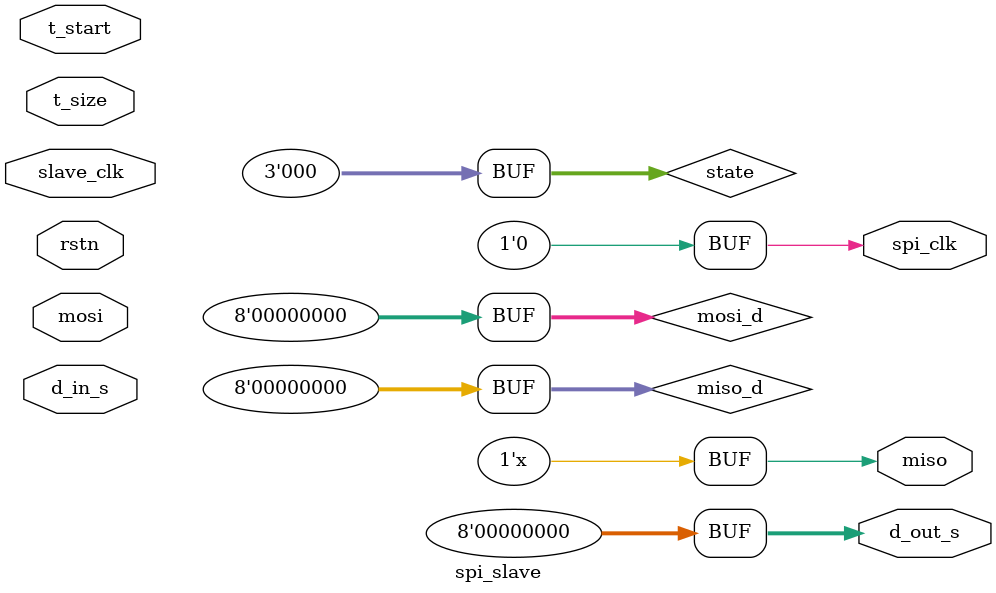
<source format=v>
/* Generated by Yosys 0.32+74 (git sha1 b739213d9, x86_64-w64-mingw32-g++ 9.2.1 -Os) */

(* src = "clock_divider.v:1.1-13.10" *)
module clock_divider(in, out);
  (* src = "clock_divider.v:6.3-12.8" *)
  wire _00_;
  wire _01_;
  wire _02_;
  wire _03_;
  wire _04_;
  wire _05_;
  wire _06_;
  (* init = 4'h0 *)
  (* src = "clock_divider.v:4.13-4.20" *)
  wire [3:0] counter;
  (* src = "clock_divider.v:2.9-2.11" *)
  input in;
  wire in;
  (* src = "clock_divider.v:3.14-3.17" *)
  output out;
  wire out;
  nr2v0x05 _07_ (
    .a(counter[3]),
    .b(counter[2]),
    .z(_04_)
  );
  nr4v1x05 _08_ (
    .a(counter[3]),
    .b(counter[1]),
    .c(counter[0]),
    .d(counter[2]),
    .z(_00_)
  );
  aoi21v0x05 _09_ (
    .a1(counter[1]),
    .a2(counter[0]),
    .b(counter[3]),
    .z(_05_)
  );
  nr2v0x05 _10_ (
    .a(counter[3]),
    .b(counter[0]),
    .z(_01_)
  );
  oan21v0x05 _11_ (
    .a1(counter[1]),
    .a2(counter[0]),
    .b(_05_),
    .z(_02_)
  );
  aoi21v0x05 _12_ (
    .a1(counter[1]),
    .a2(counter[0]),
    .b(counter[2]),
    .z(_06_)
  );
  oan21bv0x05 _13_ (
    .a1(_04_),
    .a2(_05_),
    .b(_06_),
    .z(_03_)
  );
  (* src = "clock_divider.v:6.3-12.8" *)
  dfnt1v0x2 _14_ (
    .cp(in),
    .d(_01_),
    .z(counter[0])
  );
  (* src = "clock_divider.v:6.3-12.8" *)
  dfnt1v0x2 _15_ (
    .cp(in),
    .d(_02_),
    .z(counter[1])
  );
  (* src = "clock_divider.v:6.3-12.8" *)
  dfnt1v0x2 _16_ (
    .cp(in),
    .d(_03_),
    .z(counter[2])
  );
  (* src = "clock_divider.v:6.3-12.8" *)
  dfnt1v0x2 _17_ (
    .cp(in),
    .d(1'h0),
    .z(counter[3])
  );
  (* src = "clock_divider.v:6.3-12.8" *)
  dfnt1v0x2 _18_ (
    .cp(in),
    .d(_00_),
    .z(out)
  );
endmodule

(* src = "spi_main.v:2.1-8.10" *)
module spi_main(t_start, sys_clk, d_in_m, d_in_s, d_out_m, d_out_s, rstn, miso, mosi);
  (* src = "spi_main.v:7.63-7.66" *)
  wire _0_;
  (* src = "spi_main.v:5.6-5.8" *)
  wire cs;
  (* src = "spi_main.v:2.58-2.64" *)
  input [7:0] d_in_m;
  wire [7:0] d_in_m;
  (* src = "spi_main.v:2.77-2.83" *)
  input [7:0] d_in_s;
  wire [7:0] d_in_s;
  (* src = "spi_main.v:2.97-2.104" *)
  output [7:0] d_out_m;
  wire [7:0] d_out_m;
  (* src = "spi_main.v:2.118-2.125" *)
  output [7:0] d_out_s;
  wire [7:0] d_out_s;
  (* src = "spi_main.v:2.146-2.150" *)
  output miso;
  wire miso;
  (* src = "spi_main.v:2.159-2.163" *)
  output mosi;
  wire mosi;
  (* src = "spi_main.v:2.133-2.137" *)
  input rstn;
  wire rstn;
  (* src = "spi_main.v:3.6-3.15" *)
  (* unused_bits = "0" *)
  wire spi_clk_m;
  (* src = "spi_main.v:4.6-4.15" *)
  (* unused_bits = "0" *)
  wire spi_clk_s;
  (* src = "spi_main.v:2.38-2.45" *)
  input sys_clk;
  wire sys_clk;
  (* src = "spi_main.v:2.23-2.30" *)
  input t_start;
  wire t_start;
  iv1v0x05 _1_ (
    .a(cs),
    .z(_0_)
  );
  (* module_not_derived = 32'd1 *)
  (* src = "spi_main.v:6.12-6.172" *)
  spi_master master (
    .cs(cs),
    .d_in_m(d_in_m),
    .d_out_m(d_out_m),
    .miso(miso),
    .mosi(mosi),
    .rstn(rstn),
    .spi_clk(spi_clk_m),
    .sys_clk(sys_clk),
    .t_size(4'h8),
    .t_start(t_start)
  );
  (* module_not_derived = 32'd1 *)
  (* src = "spi_main.v:7.11-7.161" *)
  spi_slave slave (
    .d_in_s(d_in_s),
    .d_out_s(d_out_s),
    .miso(miso),
    .mosi(mosi),
    .rstn(_0_),
    .slave_clk(sys_clk),
    .spi_clk(spi_clk_s),
    .t_size(4'h8),
    .t_start(t_start)
  );
endmodule

(* dynports =  1  *)
(* src = "spi_master.v:2.1-124.10" *)
module spi_master(rstn, sys_clk, t_start, d_in_m, t_size, d_out_m, miso, mosi, spi_clk, cs);
  (* src = "spi_master.v:19.16-19.18" *)
  output cs;
  wire cs;
  (* src = "spi_master.v:11.27-11.33" *)
  input [7:0] d_in_m;
  wire [7:0] d_in_m;
  (* src = "spi_master.v:13.32-13.39" *)
  output [7:0] d_out_m;
  wire [7:0] d_out_m;
  (* src = "spi_master.v:16.11-16.15" *)
  input miso;
  wire miso;
  (* src = "spi_master.v:22.25-22.31" *)
  wire [7:0] miso_d;
  (* src = "spi_master.v:17.16-17.20" *)
  output mosi;
  wire mosi;
  (* src = "spi_master.v:21.25-21.31" *)
  wire [7:0] mosi_d;
  (* src = "spi_master.v:8.11-8.15" *)
  input rstn;
  wire rstn;
  (* src = "spi_master.v:18.16-18.23" *)
  output spi_clk;
  wire spi_clk;
  (* src = "spi_master.v:24.15-24.20" *)
  wire [2:0] state;
  (* src = "spi_master.v:9.11-9.18" *)
  input sys_clk;
  wire sys_clk;
  (* src = "spi_master.v:12.29-12.35" *)
  input [3:0] t_size;
  wire [3:0] t_size;
  (* src = "spi_master.v:10.11-10.18" *)
  input t_start;
  wire t_start;
  assign cs = 1'h1;
  assign d_out_m = 8'h00;
  assign miso_d = 8'h00;
  assign mosi = 1'hx;
  assign mosi_d = 8'h00;
  assign spi_clk = 1'h0;
  assign state = 3'h0;
endmodule

(* dynports =  1  *)
(* src = "spi_slave.v:2.1-121.10" *)
module spi_slave(rstn, slave_clk, t_start, d_in_s, t_size, d_out_s, spi_clk, mosi, miso);
  (* src = "spi_slave.v:9.27-9.33" *)
  input [7:0] d_in_s;
  wire [7:0] d_in_s;
  (* src = "spi_slave.v:11.32-11.39" *)
  output [7:0] d_out_s;
  wire [7:0] d_out_s;
  (* src = "spi_slave.v:16.16-16.20" *)
  output miso;
  wire miso;
  (* src = "spi_slave.v:18.25-18.31" *)
  wire [7:0] miso_d;
  (* src = "spi_slave.v:15.11-15.15" *)
  input mosi;
  wire mosi;
  (* src = "spi_slave.v:17.25-17.31" *)
  wire [7:0] mosi_d;
  (* src = "spi_slave.v:6.11-6.15" *)
  input rstn;
  wire rstn;
  (* src = "spi_slave.v:7.11-7.20" *)
  input slave_clk;
  wire slave_clk;
  (* src = "spi_slave.v:12.16-12.23" *)
  output spi_clk;
  wire spi_clk;
  (* src = "spi_slave.v:20.15-20.20" *)
  wire [2:0] state;
  (* src = "spi_slave.v:10.29-10.35" *)
  input [3:0] t_size;
  wire [3:0] t_size;
  (* src = "spi_slave.v:8.11-8.18" *)
  input t_start;
  wire t_start;
  assign d_out_s = 8'h00;
  assign miso = 1'hx;
  assign miso_d = 8'h00;
  assign mosi_d = 8'h00;
  assign spi_clk = 1'h0;
  assign state = 3'h0;
endmodule

</source>
